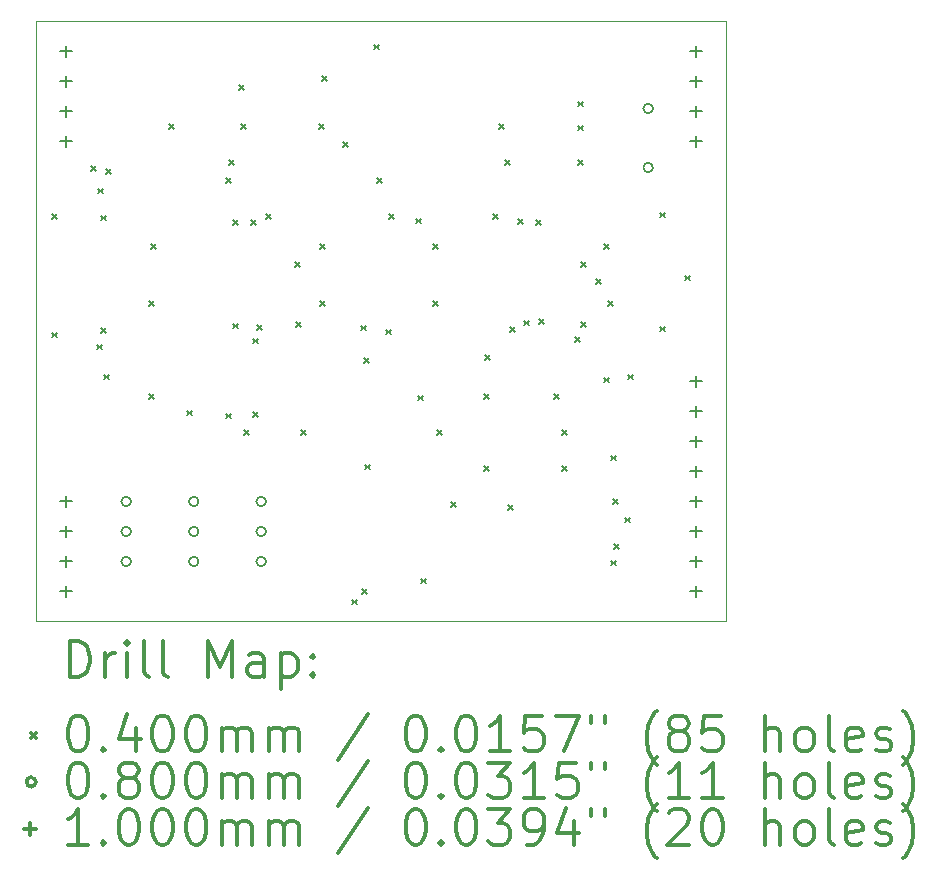
<source format=gbr>
%FSLAX45Y45*%
G04 Gerber Fmt 4.5, Leading zero omitted, Abs format (unit mm)*
G04 Created by KiCad (PCBNEW 5.1.12-84ad8e8a86~92~ubuntu20.04.1) date 2021-12-08 10:45:40*
%MOMM*%
%LPD*%
G01*
G04 APERTURE LIST*
%TA.AperFunction,Profile*%
%ADD10C,0.050000*%
%TD*%
%ADD11C,0.200000*%
%ADD12C,0.300000*%
G04 APERTURE END LIST*
D10*
X14986000Y-6604000D02*
X9144000Y-6604000D01*
X14986000Y-11684000D02*
X14986000Y-6604000D01*
X9144000Y-11684000D02*
X14986000Y-11684000D01*
X9144000Y-6604000D02*
X9144000Y-11684000D01*
D11*
X9276400Y-8235000D02*
X9316400Y-8275000D01*
X9316400Y-8235000D02*
X9276400Y-8275000D01*
X9276400Y-9238300D02*
X9316400Y-9278300D01*
X9316400Y-9238300D02*
X9276400Y-9278300D01*
X9606600Y-7828600D02*
X9646600Y-7868600D01*
X9646600Y-7828600D02*
X9606600Y-7868600D01*
X9657400Y-9339900D02*
X9697400Y-9379900D01*
X9697400Y-9339900D02*
X9657400Y-9379900D01*
X9670100Y-8019100D02*
X9710100Y-8059100D01*
X9710100Y-8019100D02*
X9670100Y-8059100D01*
X9695500Y-8247700D02*
X9735500Y-8287700D01*
X9735500Y-8247700D02*
X9695500Y-8287700D01*
X9695500Y-9200200D02*
X9735500Y-9240200D01*
X9735500Y-9200200D02*
X9695500Y-9240200D01*
X9720900Y-9593900D02*
X9760900Y-9633900D01*
X9760900Y-9593900D02*
X9720900Y-9633900D01*
X9733600Y-7854000D02*
X9773600Y-7894000D01*
X9773600Y-7854000D02*
X9733600Y-7894000D01*
X10101900Y-8971600D02*
X10141900Y-9011600D01*
X10141900Y-8971600D02*
X10101900Y-9011600D01*
X10101900Y-9759000D02*
X10141900Y-9799000D01*
X10141900Y-9759000D02*
X10101900Y-9799000D01*
X10114600Y-8489000D02*
X10154600Y-8529000D01*
X10154600Y-8489000D02*
X10114600Y-8529000D01*
X10267000Y-7473000D02*
X10307000Y-7513000D01*
X10307000Y-7473000D02*
X10267000Y-7513000D01*
X10419400Y-9898700D02*
X10459400Y-9938700D01*
X10459400Y-9898700D02*
X10419400Y-9938700D01*
X10749600Y-7930200D02*
X10789600Y-7970200D01*
X10789600Y-7930200D02*
X10749600Y-7970200D01*
X10749600Y-9924100D02*
X10789600Y-9964100D01*
X10789600Y-9924100D02*
X10749600Y-9964100D01*
X10775000Y-7777800D02*
X10815000Y-7817800D01*
X10815000Y-7777800D02*
X10775000Y-7817800D01*
X10813100Y-8285800D02*
X10853100Y-8325800D01*
X10853100Y-8285800D02*
X10813100Y-8325800D01*
X10813100Y-9162100D02*
X10853100Y-9202100D01*
X10853100Y-9162100D02*
X10813100Y-9202100D01*
X10863900Y-7142800D02*
X10903900Y-7182800D01*
X10903900Y-7142800D02*
X10863900Y-7182800D01*
X10876600Y-7473000D02*
X10916600Y-7513000D01*
X10916600Y-7473000D02*
X10876600Y-7513000D01*
X10902000Y-10063800D02*
X10942000Y-10103800D01*
X10942000Y-10063800D02*
X10902000Y-10103800D01*
X10962484Y-8287092D02*
X11002484Y-8327092D01*
X11002484Y-8287092D02*
X10962484Y-8327092D01*
X10978200Y-9289100D02*
X11018200Y-9329100D01*
X11018200Y-9289100D02*
X10978200Y-9329100D01*
X10978200Y-9911400D02*
X11018200Y-9951400D01*
X11018200Y-9911400D02*
X10978200Y-9951400D01*
X11012500Y-9174800D02*
X11052500Y-9214800D01*
X11052500Y-9174800D02*
X11012500Y-9214800D01*
X11092499Y-8235000D02*
X11132499Y-8275000D01*
X11132499Y-8235000D02*
X11092499Y-8275000D01*
X11333800Y-8641400D02*
X11373800Y-8681400D01*
X11373800Y-8641400D02*
X11333800Y-8681400D01*
X11346500Y-9149400D02*
X11386500Y-9189400D01*
X11386500Y-9149400D02*
X11346500Y-9189400D01*
X11384600Y-10063800D02*
X11424600Y-10103800D01*
X11424600Y-10063800D02*
X11384600Y-10103800D01*
X11537000Y-7473000D02*
X11577000Y-7513000D01*
X11577000Y-7473000D02*
X11537000Y-7513000D01*
X11549700Y-8489000D02*
X11589700Y-8529000D01*
X11589700Y-8489000D02*
X11549700Y-8529000D01*
X11549700Y-8971600D02*
X11589700Y-9011600D01*
X11589700Y-8971600D02*
X11549700Y-9011600D01*
X11562400Y-7066600D02*
X11602400Y-7106600D01*
X11602400Y-7066600D02*
X11562400Y-7106600D01*
X11740200Y-7625400D02*
X11780200Y-7665400D01*
X11780200Y-7625400D02*
X11740200Y-7665400D01*
X11816400Y-11498900D02*
X11856400Y-11538900D01*
X11856400Y-11498900D02*
X11816400Y-11538900D01*
X11895900Y-9178100D02*
X11935900Y-9218100D01*
X11935900Y-9178100D02*
X11895900Y-9218100D01*
X11905300Y-11410000D02*
X11945300Y-11450000D01*
X11945300Y-11410000D02*
X11905300Y-11450000D01*
X11918000Y-9454200D02*
X11958000Y-9494200D01*
X11958000Y-9454200D02*
X11918000Y-9494200D01*
X11930700Y-10355900D02*
X11970700Y-10395900D01*
X11970700Y-10355900D02*
X11930700Y-10395900D01*
X12006900Y-6799900D02*
X12046900Y-6839900D01*
X12046900Y-6799900D02*
X12006900Y-6839900D01*
X12032300Y-7930200D02*
X12072300Y-7970200D01*
X12072300Y-7930200D02*
X12032300Y-7970200D01*
X12108500Y-9212900D02*
X12148500Y-9252900D01*
X12148500Y-9212900D02*
X12108500Y-9252900D01*
X12133900Y-8235000D02*
X12173900Y-8275000D01*
X12173900Y-8235000D02*
X12133900Y-8275000D01*
X12362500Y-8273100D02*
X12402500Y-8313100D01*
X12402500Y-8273100D02*
X12362500Y-8313100D01*
X12375200Y-9771700D02*
X12415200Y-9811700D01*
X12415200Y-9771700D02*
X12375200Y-9811700D01*
X12400600Y-11321100D02*
X12440600Y-11361100D01*
X12440600Y-11321100D02*
X12400600Y-11361100D01*
X12502200Y-8489000D02*
X12542200Y-8529000D01*
X12542200Y-8489000D02*
X12502200Y-8529000D01*
X12502200Y-8971600D02*
X12542200Y-9011600D01*
X12542200Y-8971600D02*
X12502200Y-9011600D01*
X12540300Y-10063800D02*
X12580300Y-10103800D01*
X12580300Y-10063800D02*
X12540300Y-10103800D01*
X12654600Y-10673400D02*
X12694600Y-10713400D01*
X12694600Y-10673400D02*
X12654600Y-10713400D01*
X12934000Y-9759000D02*
X12974000Y-9799000D01*
X12974000Y-9759000D02*
X12934000Y-9799000D01*
X12934000Y-10368600D02*
X12974000Y-10408600D01*
X12974000Y-10368600D02*
X12934000Y-10408600D01*
X12946700Y-9428800D02*
X12986700Y-9468800D01*
X12986700Y-9428800D02*
X12946700Y-9468800D01*
X13010200Y-8235000D02*
X13050200Y-8275000D01*
X13050200Y-8235000D02*
X13010200Y-8275000D01*
X13061000Y-7473000D02*
X13101000Y-7513000D01*
X13101000Y-7473000D02*
X13061000Y-7513000D01*
X13111800Y-7777800D02*
X13151800Y-7817800D01*
X13151800Y-7777800D02*
X13111800Y-7817800D01*
X13137200Y-10698800D02*
X13177200Y-10738800D01*
X13177200Y-10698800D02*
X13137200Y-10738800D01*
X13156250Y-9193850D02*
X13196250Y-9233850D01*
X13196250Y-9193850D02*
X13156250Y-9233850D01*
X13226100Y-8276900D02*
X13266100Y-8316900D01*
X13266100Y-8276900D02*
X13226100Y-8316900D01*
X13276900Y-9136700D02*
X13316900Y-9176700D01*
X13316900Y-9136700D02*
X13276900Y-9176700D01*
X13378500Y-8285800D02*
X13418500Y-8325800D01*
X13418500Y-8285800D02*
X13378500Y-8325800D01*
X13403900Y-9124000D02*
X13443900Y-9164000D01*
X13443900Y-9124000D02*
X13403900Y-9164000D01*
X13527099Y-9759000D02*
X13567099Y-9799000D01*
X13567099Y-9759000D02*
X13527099Y-9799000D01*
X13594400Y-10063800D02*
X13634400Y-10103800D01*
X13634400Y-10063800D02*
X13594400Y-10103800D01*
X13594400Y-10368600D02*
X13634400Y-10408600D01*
X13634400Y-10368600D02*
X13594400Y-10408600D01*
X13708700Y-9276400D02*
X13748700Y-9316400D01*
X13748700Y-9276400D02*
X13708700Y-9316400D01*
X13734100Y-7282500D02*
X13774100Y-7322500D01*
X13774100Y-7282500D02*
X13734100Y-7322500D01*
X13734100Y-7777800D02*
X13774100Y-7817800D01*
X13774100Y-7777800D02*
X13734100Y-7817800D01*
X13734101Y-7485700D02*
X13774101Y-7525700D01*
X13774101Y-7485700D02*
X13734101Y-7525700D01*
X13759500Y-8641400D02*
X13799500Y-8681400D01*
X13799500Y-8641400D02*
X13759500Y-8681400D01*
X13759500Y-9149400D02*
X13799500Y-9189400D01*
X13799500Y-9149400D02*
X13759500Y-9189400D01*
X13882901Y-8784699D02*
X13922901Y-8824699D01*
X13922901Y-8784699D02*
X13882901Y-8824699D01*
X13950000Y-8489000D02*
X13990000Y-8529000D01*
X13990000Y-8489000D02*
X13950000Y-8529000D01*
X13950000Y-9619300D02*
X13990000Y-9659300D01*
X13990000Y-9619300D02*
X13950000Y-9659300D01*
X13989400Y-8972900D02*
X14029400Y-9012900D01*
X14029400Y-8972900D02*
X13989400Y-9012900D01*
X14013500Y-10279700D02*
X14053500Y-10319700D01*
X14053500Y-10279700D02*
X14013500Y-10319700D01*
X14013500Y-11168700D02*
X14053500Y-11208700D01*
X14053500Y-11168700D02*
X14013500Y-11208700D01*
X14026200Y-10648000D02*
X14066200Y-10688000D01*
X14066200Y-10648000D02*
X14026200Y-10688000D01*
X14038900Y-11029000D02*
X14078900Y-11069000D01*
X14078900Y-11029000D02*
X14038900Y-11069000D01*
X14127800Y-10804299D02*
X14167800Y-10844299D01*
X14167800Y-10804299D02*
X14127800Y-10844299D01*
X14153781Y-9594481D02*
X14193781Y-9634481D01*
X14193781Y-9594481D02*
X14153781Y-9634481D01*
X14423701Y-8222300D02*
X14463701Y-8262300D01*
X14463701Y-8222300D02*
X14423701Y-8262300D01*
X14423701Y-9187500D02*
X14463701Y-9227500D01*
X14463701Y-9187500D02*
X14423701Y-9227500D01*
X14635800Y-8755700D02*
X14675800Y-8795700D01*
X14675800Y-8755700D02*
X14635800Y-8795700D01*
X9946000Y-10668000D02*
G75*
G03*
X9946000Y-10668000I-40000J0D01*
G01*
X9946000Y-10922000D02*
G75*
G03*
X9946000Y-10922000I-40000J0D01*
G01*
X9946000Y-11176000D02*
G75*
G03*
X9946000Y-11176000I-40000J0D01*
G01*
X10517500Y-10668000D02*
G75*
G03*
X10517500Y-10668000I-40000J0D01*
G01*
X10517500Y-10922000D02*
G75*
G03*
X10517500Y-10922000I-40000J0D01*
G01*
X10517500Y-11176000D02*
G75*
G03*
X10517500Y-11176000I-40000J0D01*
G01*
X11089000Y-10668000D02*
G75*
G03*
X11089000Y-10668000I-40000J0D01*
G01*
X11089000Y-10922000D02*
G75*
G03*
X11089000Y-10922000I-40000J0D01*
G01*
X11089000Y-11176000D02*
G75*
G03*
X11089000Y-11176000I-40000J0D01*
G01*
X14365600Y-7340600D02*
G75*
G03*
X14365600Y-7340600I-40000J0D01*
G01*
X14365600Y-7840600D02*
G75*
G03*
X14365600Y-7840600I-40000J0D01*
G01*
X9398000Y-6808000D02*
X9398000Y-6908000D01*
X9348000Y-6858000D02*
X9448000Y-6858000D01*
X9398000Y-7062000D02*
X9398000Y-7162000D01*
X9348000Y-7112000D02*
X9448000Y-7112000D01*
X9398000Y-7316000D02*
X9398000Y-7416000D01*
X9348000Y-7366000D02*
X9448000Y-7366000D01*
X9398000Y-7570000D02*
X9398000Y-7670000D01*
X9348000Y-7620000D02*
X9448000Y-7620000D01*
X9398000Y-10618000D02*
X9398000Y-10718000D01*
X9348000Y-10668000D02*
X9448000Y-10668000D01*
X9398000Y-10872000D02*
X9398000Y-10972000D01*
X9348000Y-10922000D02*
X9448000Y-10922000D01*
X9398000Y-11126000D02*
X9398000Y-11226000D01*
X9348000Y-11176000D02*
X9448000Y-11176000D01*
X9398000Y-11380000D02*
X9398000Y-11480000D01*
X9348000Y-11430000D02*
X9448000Y-11430000D01*
X14732000Y-6808000D02*
X14732000Y-6908000D01*
X14682000Y-6858000D02*
X14782000Y-6858000D01*
X14732000Y-7062000D02*
X14732000Y-7162000D01*
X14682000Y-7112000D02*
X14782000Y-7112000D01*
X14732000Y-7316000D02*
X14732000Y-7416000D01*
X14682000Y-7366000D02*
X14782000Y-7366000D01*
X14732000Y-7570000D02*
X14732000Y-7670000D01*
X14682000Y-7620000D02*
X14782000Y-7620000D01*
X14732000Y-9602000D02*
X14732000Y-9702000D01*
X14682000Y-9652000D02*
X14782000Y-9652000D01*
X14732000Y-9856000D02*
X14732000Y-9956000D01*
X14682000Y-9906000D02*
X14782000Y-9906000D01*
X14732000Y-10110000D02*
X14732000Y-10210000D01*
X14682000Y-10160000D02*
X14782000Y-10160000D01*
X14732000Y-10364000D02*
X14732000Y-10464000D01*
X14682000Y-10414000D02*
X14782000Y-10414000D01*
X14732000Y-10618000D02*
X14732000Y-10718000D01*
X14682000Y-10668000D02*
X14782000Y-10668000D01*
X14732000Y-10872000D02*
X14732000Y-10972000D01*
X14682000Y-10922000D02*
X14782000Y-10922000D01*
X14732000Y-11126000D02*
X14732000Y-11226000D01*
X14682000Y-11176000D02*
X14782000Y-11176000D01*
X14732000Y-11380000D02*
X14732000Y-11480000D01*
X14682000Y-11430000D02*
X14782000Y-11430000D01*
D12*
X9427928Y-12152214D02*
X9427928Y-11852214D01*
X9499357Y-11852214D01*
X9542214Y-11866500D01*
X9570786Y-11895071D01*
X9585071Y-11923643D01*
X9599357Y-11980786D01*
X9599357Y-12023643D01*
X9585071Y-12080786D01*
X9570786Y-12109357D01*
X9542214Y-12137929D01*
X9499357Y-12152214D01*
X9427928Y-12152214D01*
X9727928Y-12152214D02*
X9727928Y-11952214D01*
X9727928Y-12009357D02*
X9742214Y-11980786D01*
X9756500Y-11966500D01*
X9785071Y-11952214D01*
X9813643Y-11952214D01*
X9913643Y-12152214D02*
X9913643Y-11952214D01*
X9913643Y-11852214D02*
X9899357Y-11866500D01*
X9913643Y-11880786D01*
X9927928Y-11866500D01*
X9913643Y-11852214D01*
X9913643Y-11880786D01*
X10099357Y-12152214D02*
X10070786Y-12137929D01*
X10056500Y-12109357D01*
X10056500Y-11852214D01*
X10256500Y-12152214D02*
X10227928Y-12137929D01*
X10213643Y-12109357D01*
X10213643Y-11852214D01*
X10599357Y-12152214D02*
X10599357Y-11852214D01*
X10699357Y-12066500D01*
X10799357Y-11852214D01*
X10799357Y-12152214D01*
X11070786Y-12152214D02*
X11070786Y-11995071D01*
X11056500Y-11966500D01*
X11027928Y-11952214D01*
X10970786Y-11952214D01*
X10942214Y-11966500D01*
X11070786Y-12137929D02*
X11042214Y-12152214D01*
X10970786Y-12152214D01*
X10942214Y-12137929D01*
X10927928Y-12109357D01*
X10927928Y-12080786D01*
X10942214Y-12052214D01*
X10970786Y-12037929D01*
X11042214Y-12037929D01*
X11070786Y-12023643D01*
X11213643Y-11952214D02*
X11213643Y-12252214D01*
X11213643Y-11966500D02*
X11242214Y-11952214D01*
X11299357Y-11952214D01*
X11327928Y-11966500D01*
X11342214Y-11980786D01*
X11356500Y-12009357D01*
X11356500Y-12095071D01*
X11342214Y-12123643D01*
X11327928Y-12137929D01*
X11299357Y-12152214D01*
X11242214Y-12152214D01*
X11213643Y-12137929D01*
X11485071Y-12123643D02*
X11499357Y-12137929D01*
X11485071Y-12152214D01*
X11470786Y-12137929D01*
X11485071Y-12123643D01*
X11485071Y-12152214D01*
X11485071Y-11966500D02*
X11499357Y-11980786D01*
X11485071Y-11995071D01*
X11470786Y-11980786D01*
X11485071Y-11966500D01*
X11485071Y-11995071D01*
X9101500Y-12626500D02*
X9141500Y-12666500D01*
X9141500Y-12626500D02*
X9101500Y-12666500D01*
X9485071Y-12482214D02*
X9513643Y-12482214D01*
X9542214Y-12496500D01*
X9556500Y-12510786D01*
X9570786Y-12539357D01*
X9585071Y-12596500D01*
X9585071Y-12667929D01*
X9570786Y-12725071D01*
X9556500Y-12753643D01*
X9542214Y-12767929D01*
X9513643Y-12782214D01*
X9485071Y-12782214D01*
X9456500Y-12767929D01*
X9442214Y-12753643D01*
X9427928Y-12725071D01*
X9413643Y-12667929D01*
X9413643Y-12596500D01*
X9427928Y-12539357D01*
X9442214Y-12510786D01*
X9456500Y-12496500D01*
X9485071Y-12482214D01*
X9713643Y-12753643D02*
X9727928Y-12767929D01*
X9713643Y-12782214D01*
X9699357Y-12767929D01*
X9713643Y-12753643D01*
X9713643Y-12782214D01*
X9985071Y-12582214D02*
X9985071Y-12782214D01*
X9913643Y-12467929D02*
X9842214Y-12682214D01*
X10027928Y-12682214D01*
X10199357Y-12482214D02*
X10227928Y-12482214D01*
X10256500Y-12496500D01*
X10270786Y-12510786D01*
X10285071Y-12539357D01*
X10299357Y-12596500D01*
X10299357Y-12667929D01*
X10285071Y-12725071D01*
X10270786Y-12753643D01*
X10256500Y-12767929D01*
X10227928Y-12782214D01*
X10199357Y-12782214D01*
X10170786Y-12767929D01*
X10156500Y-12753643D01*
X10142214Y-12725071D01*
X10127928Y-12667929D01*
X10127928Y-12596500D01*
X10142214Y-12539357D01*
X10156500Y-12510786D01*
X10170786Y-12496500D01*
X10199357Y-12482214D01*
X10485071Y-12482214D02*
X10513643Y-12482214D01*
X10542214Y-12496500D01*
X10556500Y-12510786D01*
X10570786Y-12539357D01*
X10585071Y-12596500D01*
X10585071Y-12667929D01*
X10570786Y-12725071D01*
X10556500Y-12753643D01*
X10542214Y-12767929D01*
X10513643Y-12782214D01*
X10485071Y-12782214D01*
X10456500Y-12767929D01*
X10442214Y-12753643D01*
X10427928Y-12725071D01*
X10413643Y-12667929D01*
X10413643Y-12596500D01*
X10427928Y-12539357D01*
X10442214Y-12510786D01*
X10456500Y-12496500D01*
X10485071Y-12482214D01*
X10713643Y-12782214D02*
X10713643Y-12582214D01*
X10713643Y-12610786D02*
X10727928Y-12596500D01*
X10756500Y-12582214D01*
X10799357Y-12582214D01*
X10827928Y-12596500D01*
X10842214Y-12625071D01*
X10842214Y-12782214D01*
X10842214Y-12625071D02*
X10856500Y-12596500D01*
X10885071Y-12582214D01*
X10927928Y-12582214D01*
X10956500Y-12596500D01*
X10970786Y-12625071D01*
X10970786Y-12782214D01*
X11113643Y-12782214D02*
X11113643Y-12582214D01*
X11113643Y-12610786D02*
X11127928Y-12596500D01*
X11156500Y-12582214D01*
X11199357Y-12582214D01*
X11227928Y-12596500D01*
X11242214Y-12625071D01*
X11242214Y-12782214D01*
X11242214Y-12625071D02*
X11256500Y-12596500D01*
X11285071Y-12582214D01*
X11327928Y-12582214D01*
X11356500Y-12596500D01*
X11370786Y-12625071D01*
X11370786Y-12782214D01*
X11956500Y-12467929D02*
X11699357Y-12853643D01*
X12342214Y-12482214D02*
X12370786Y-12482214D01*
X12399357Y-12496500D01*
X12413643Y-12510786D01*
X12427928Y-12539357D01*
X12442214Y-12596500D01*
X12442214Y-12667929D01*
X12427928Y-12725071D01*
X12413643Y-12753643D01*
X12399357Y-12767929D01*
X12370786Y-12782214D01*
X12342214Y-12782214D01*
X12313643Y-12767929D01*
X12299357Y-12753643D01*
X12285071Y-12725071D01*
X12270786Y-12667929D01*
X12270786Y-12596500D01*
X12285071Y-12539357D01*
X12299357Y-12510786D01*
X12313643Y-12496500D01*
X12342214Y-12482214D01*
X12570786Y-12753643D02*
X12585071Y-12767929D01*
X12570786Y-12782214D01*
X12556500Y-12767929D01*
X12570786Y-12753643D01*
X12570786Y-12782214D01*
X12770786Y-12482214D02*
X12799357Y-12482214D01*
X12827928Y-12496500D01*
X12842214Y-12510786D01*
X12856500Y-12539357D01*
X12870786Y-12596500D01*
X12870786Y-12667929D01*
X12856500Y-12725071D01*
X12842214Y-12753643D01*
X12827928Y-12767929D01*
X12799357Y-12782214D01*
X12770786Y-12782214D01*
X12742214Y-12767929D01*
X12727928Y-12753643D01*
X12713643Y-12725071D01*
X12699357Y-12667929D01*
X12699357Y-12596500D01*
X12713643Y-12539357D01*
X12727928Y-12510786D01*
X12742214Y-12496500D01*
X12770786Y-12482214D01*
X13156500Y-12782214D02*
X12985071Y-12782214D01*
X13070786Y-12782214D02*
X13070786Y-12482214D01*
X13042214Y-12525071D01*
X13013643Y-12553643D01*
X12985071Y-12567929D01*
X13427928Y-12482214D02*
X13285071Y-12482214D01*
X13270786Y-12625071D01*
X13285071Y-12610786D01*
X13313643Y-12596500D01*
X13385071Y-12596500D01*
X13413643Y-12610786D01*
X13427928Y-12625071D01*
X13442214Y-12653643D01*
X13442214Y-12725071D01*
X13427928Y-12753643D01*
X13413643Y-12767929D01*
X13385071Y-12782214D01*
X13313643Y-12782214D01*
X13285071Y-12767929D01*
X13270786Y-12753643D01*
X13542214Y-12482214D02*
X13742214Y-12482214D01*
X13613643Y-12782214D01*
X13842214Y-12482214D02*
X13842214Y-12539357D01*
X13956500Y-12482214D02*
X13956500Y-12539357D01*
X14399357Y-12896500D02*
X14385071Y-12882214D01*
X14356500Y-12839357D01*
X14342214Y-12810786D01*
X14327928Y-12767929D01*
X14313643Y-12696500D01*
X14313643Y-12639357D01*
X14327928Y-12567929D01*
X14342214Y-12525071D01*
X14356500Y-12496500D01*
X14385071Y-12453643D01*
X14399357Y-12439357D01*
X14556500Y-12610786D02*
X14527928Y-12596500D01*
X14513643Y-12582214D01*
X14499357Y-12553643D01*
X14499357Y-12539357D01*
X14513643Y-12510786D01*
X14527928Y-12496500D01*
X14556500Y-12482214D01*
X14613643Y-12482214D01*
X14642214Y-12496500D01*
X14656500Y-12510786D01*
X14670786Y-12539357D01*
X14670786Y-12553643D01*
X14656500Y-12582214D01*
X14642214Y-12596500D01*
X14613643Y-12610786D01*
X14556500Y-12610786D01*
X14527928Y-12625071D01*
X14513643Y-12639357D01*
X14499357Y-12667929D01*
X14499357Y-12725071D01*
X14513643Y-12753643D01*
X14527928Y-12767929D01*
X14556500Y-12782214D01*
X14613643Y-12782214D01*
X14642214Y-12767929D01*
X14656500Y-12753643D01*
X14670786Y-12725071D01*
X14670786Y-12667929D01*
X14656500Y-12639357D01*
X14642214Y-12625071D01*
X14613643Y-12610786D01*
X14942214Y-12482214D02*
X14799357Y-12482214D01*
X14785071Y-12625071D01*
X14799357Y-12610786D01*
X14827928Y-12596500D01*
X14899357Y-12596500D01*
X14927928Y-12610786D01*
X14942214Y-12625071D01*
X14956500Y-12653643D01*
X14956500Y-12725071D01*
X14942214Y-12753643D01*
X14927928Y-12767929D01*
X14899357Y-12782214D01*
X14827928Y-12782214D01*
X14799357Y-12767929D01*
X14785071Y-12753643D01*
X15313643Y-12782214D02*
X15313643Y-12482214D01*
X15442214Y-12782214D02*
X15442214Y-12625071D01*
X15427928Y-12596500D01*
X15399357Y-12582214D01*
X15356500Y-12582214D01*
X15327928Y-12596500D01*
X15313643Y-12610786D01*
X15627928Y-12782214D02*
X15599357Y-12767929D01*
X15585071Y-12753643D01*
X15570786Y-12725071D01*
X15570786Y-12639357D01*
X15585071Y-12610786D01*
X15599357Y-12596500D01*
X15627928Y-12582214D01*
X15670786Y-12582214D01*
X15699357Y-12596500D01*
X15713643Y-12610786D01*
X15727928Y-12639357D01*
X15727928Y-12725071D01*
X15713643Y-12753643D01*
X15699357Y-12767929D01*
X15670786Y-12782214D01*
X15627928Y-12782214D01*
X15899357Y-12782214D02*
X15870786Y-12767929D01*
X15856500Y-12739357D01*
X15856500Y-12482214D01*
X16127928Y-12767929D02*
X16099357Y-12782214D01*
X16042214Y-12782214D01*
X16013643Y-12767929D01*
X15999357Y-12739357D01*
X15999357Y-12625071D01*
X16013643Y-12596500D01*
X16042214Y-12582214D01*
X16099357Y-12582214D01*
X16127928Y-12596500D01*
X16142214Y-12625071D01*
X16142214Y-12653643D01*
X15999357Y-12682214D01*
X16256500Y-12767929D02*
X16285071Y-12782214D01*
X16342214Y-12782214D01*
X16370786Y-12767929D01*
X16385071Y-12739357D01*
X16385071Y-12725071D01*
X16370786Y-12696500D01*
X16342214Y-12682214D01*
X16299357Y-12682214D01*
X16270786Y-12667929D01*
X16256500Y-12639357D01*
X16256500Y-12625071D01*
X16270786Y-12596500D01*
X16299357Y-12582214D01*
X16342214Y-12582214D01*
X16370786Y-12596500D01*
X16485071Y-12896500D02*
X16499357Y-12882214D01*
X16527928Y-12839357D01*
X16542214Y-12810786D01*
X16556500Y-12767929D01*
X16570786Y-12696500D01*
X16570786Y-12639357D01*
X16556500Y-12567929D01*
X16542214Y-12525071D01*
X16527928Y-12496500D01*
X16499357Y-12453643D01*
X16485071Y-12439357D01*
X9141500Y-13042500D02*
G75*
G03*
X9141500Y-13042500I-40000J0D01*
G01*
X9485071Y-12878214D02*
X9513643Y-12878214D01*
X9542214Y-12892500D01*
X9556500Y-12906786D01*
X9570786Y-12935357D01*
X9585071Y-12992500D01*
X9585071Y-13063929D01*
X9570786Y-13121071D01*
X9556500Y-13149643D01*
X9542214Y-13163929D01*
X9513643Y-13178214D01*
X9485071Y-13178214D01*
X9456500Y-13163929D01*
X9442214Y-13149643D01*
X9427928Y-13121071D01*
X9413643Y-13063929D01*
X9413643Y-12992500D01*
X9427928Y-12935357D01*
X9442214Y-12906786D01*
X9456500Y-12892500D01*
X9485071Y-12878214D01*
X9713643Y-13149643D02*
X9727928Y-13163929D01*
X9713643Y-13178214D01*
X9699357Y-13163929D01*
X9713643Y-13149643D01*
X9713643Y-13178214D01*
X9899357Y-13006786D02*
X9870786Y-12992500D01*
X9856500Y-12978214D01*
X9842214Y-12949643D01*
X9842214Y-12935357D01*
X9856500Y-12906786D01*
X9870786Y-12892500D01*
X9899357Y-12878214D01*
X9956500Y-12878214D01*
X9985071Y-12892500D01*
X9999357Y-12906786D01*
X10013643Y-12935357D01*
X10013643Y-12949643D01*
X9999357Y-12978214D01*
X9985071Y-12992500D01*
X9956500Y-13006786D01*
X9899357Y-13006786D01*
X9870786Y-13021071D01*
X9856500Y-13035357D01*
X9842214Y-13063929D01*
X9842214Y-13121071D01*
X9856500Y-13149643D01*
X9870786Y-13163929D01*
X9899357Y-13178214D01*
X9956500Y-13178214D01*
X9985071Y-13163929D01*
X9999357Y-13149643D01*
X10013643Y-13121071D01*
X10013643Y-13063929D01*
X9999357Y-13035357D01*
X9985071Y-13021071D01*
X9956500Y-13006786D01*
X10199357Y-12878214D02*
X10227928Y-12878214D01*
X10256500Y-12892500D01*
X10270786Y-12906786D01*
X10285071Y-12935357D01*
X10299357Y-12992500D01*
X10299357Y-13063929D01*
X10285071Y-13121071D01*
X10270786Y-13149643D01*
X10256500Y-13163929D01*
X10227928Y-13178214D01*
X10199357Y-13178214D01*
X10170786Y-13163929D01*
X10156500Y-13149643D01*
X10142214Y-13121071D01*
X10127928Y-13063929D01*
X10127928Y-12992500D01*
X10142214Y-12935357D01*
X10156500Y-12906786D01*
X10170786Y-12892500D01*
X10199357Y-12878214D01*
X10485071Y-12878214D02*
X10513643Y-12878214D01*
X10542214Y-12892500D01*
X10556500Y-12906786D01*
X10570786Y-12935357D01*
X10585071Y-12992500D01*
X10585071Y-13063929D01*
X10570786Y-13121071D01*
X10556500Y-13149643D01*
X10542214Y-13163929D01*
X10513643Y-13178214D01*
X10485071Y-13178214D01*
X10456500Y-13163929D01*
X10442214Y-13149643D01*
X10427928Y-13121071D01*
X10413643Y-13063929D01*
X10413643Y-12992500D01*
X10427928Y-12935357D01*
X10442214Y-12906786D01*
X10456500Y-12892500D01*
X10485071Y-12878214D01*
X10713643Y-13178214D02*
X10713643Y-12978214D01*
X10713643Y-13006786D02*
X10727928Y-12992500D01*
X10756500Y-12978214D01*
X10799357Y-12978214D01*
X10827928Y-12992500D01*
X10842214Y-13021071D01*
X10842214Y-13178214D01*
X10842214Y-13021071D02*
X10856500Y-12992500D01*
X10885071Y-12978214D01*
X10927928Y-12978214D01*
X10956500Y-12992500D01*
X10970786Y-13021071D01*
X10970786Y-13178214D01*
X11113643Y-13178214D02*
X11113643Y-12978214D01*
X11113643Y-13006786D02*
X11127928Y-12992500D01*
X11156500Y-12978214D01*
X11199357Y-12978214D01*
X11227928Y-12992500D01*
X11242214Y-13021071D01*
X11242214Y-13178214D01*
X11242214Y-13021071D02*
X11256500Y-12992500D01*
X11285071Y-12978214D01*
X11327928Y-12978214D01*
X11356500Y-12992500D01*
X11370786Y-13021071D01*
X11370786Y-13178214D01*
X11956500Y-12863929D02*
X11699357Y-13249643D01*
X12342214Y-12878214D02*
X12370786Y-12878214D01*
X12399357Y-12892500D01*
X12413643Y-12906786D01*
X12427928Y-12935357D01*
X12442214Y-12992500D01*
X12442214Y-13063929D01*
X12427928Y-13121071D01*
X12413643Y-13149643D01*
X12399357Y-13163929D01*
X12370786Y-13178214D01*
X12342214Y-13178214D01*
X12313643Y-13163929D01*
X12299357Y-13149643D01*
X12285071Y-13121071D01*
X12270786Y-13063929D01*
X12270786Y-12992500D01*
X12285071Y-12935357D01*
X12299357Y-12906786D01*
X12313643Y-12892500D01*
X12342214Y-12878214D01*
X12570786Y-13149643D02*
X12585071Y-13163929D01*
X12570786Y-13178214D01*
X12556500Y-13163929D01*
X12570786Y-13149643D01*
X12570786Y-13178214D01*
X12770786Y-12878214D02*
X12799357Y-12878214D01*
X12827928Y-12892500D01*
X12842214Y-12906786D01*
X12856500Y-12935357D01*
X12870786Y-12992500D01*
X12870786Y-13063929D01*
X12856500Y-13121071D01*
X12842214Y-13149643D01*
X12827928Y-13163929D01*
X12799357Y-13178214D01*
X12770786Y-13178214D01*
X12742214Y-13163929D01*
X12727928Y-13149643D01*
X12713643Y-13121071D01*
X12699357Y-13063929D01*
X12699357Y-12992500D01*
X12713643Y-12935357D01*
X12727928Y-12906786D01*
X12742214Y-12892500D01*
X12770786Y-12878214D01*
X12970786Y-12878214D02*
X13156500Y-12878214D01*
X13056500Y-12992500D01*
X13099357Y-12992500D01*
X13127928Y-13006786D01*
X13142214Y-13021071D01*
X13156500Y-13049643D01*
X13156500Y-13121071D01*
X13142214Y-13149643D01*
X13127928Y-13163929D01*
X13099357Y-13178214D01*
X13013643Y-13178214D01*
X12985071Y-13163929D01*
X12970786Y-13149643D01*
X13442214Y-13178214D02*
X13270786Y-13178214D01*
X13356500Y-13178214D02*
X13356500Y-12878214D01*
X13327928Y-12921071D01*
X13299357Y-12949643D01*
X13270786Y-12963929D01*
X13713643Y-12878214D02*
X13570786Y-12878214D01*
X13556500Y-13021071D01*
X13570786Y-13006786D01*
X13599357Y-12992500D01*
X13670786Y-12992500D01*
X13699357Y-13006786D01*
X13713643Y-13021071D01*
X13727928Y-13049643D01*
X13727928Y-13121071D01*
X13713643Y-13149643D01*
X13699357Y-13163929D01*
X13670786Y-13178214D01*
X13599357Y-13178214D01*
X13570786Y-13163929D01*
X13556500Y-13149643D01*
X13842214Y-12878214D02*
X13842214Y-12935357D01*
X13956500Y-12878214D02*
X13956500Y-12935357D01*
X14399357Y-13292500D02*
X14385071Y-13278214D01*
X14356500Y-13235357D01*
X14342214Y-13206786D01*
X14327928Y-13163929D01*
X14313643Y-13092500D01*
X14313643Y-13035357D01*
X14327928Y-12963929D01*
X14342214Y-12921071D01*
X14356500Y-12892500D01*
X14385071Y-12849643D01*
X14399357Y-12835357D01*
X14670786Y-13178214D02*
X14499357Y-13178214D01*
X14585071Y-13178214D02*
X14585071Y-12878214D01*
X14556500Y-12921071D01*
X14527928Y-12949643D01*
X14499357Y-12963929D01*
X14956500Y-13178214D02*
X14785071Y-13178214D01*
X14870786Y-13178214D02*
X14870786Y-12878214D01*
X14842214Y-12921071D01*
X14813643Y-12949643D01*
X14785071Y-12963929D01*
X15313643Y-13178214D02*
X15313643Y-12878214D01*
X15442214Y-13178214D02*
X15442214Y-13021071D01*
X15427928Y-12992500D01*
X15399357Y-12978214D01*
X15356500Y-12978214D01*
X15327928Y-12992500D01*
X15313643Y-13006786D01*
X15627928Y-13178214D02*
X15599357Y-13163929D01*
X15585071Y-13149643D01*
X15570786Y-13121071D01*
X15570786Y-13035357D01*
X15585071Y-13006786D01*
X15599357Y-12992500D01*
X15627928Y-12978214D01*
X15670786Y-12978214D01*
X15699357Y-12992500D01*
X15713643Y-13006786D01*
X15727928Y-13035357D01*
X15727928Y-13121071D01*
X15713643Y-13149643D01*
X15699357Y-13163929D01*
X15670786Y-13178214D01*
X15627928Y-13178214D01*
X15899357Y-13178214D02*
X15870786Y-13163929D01*
X15856500Y-13135357D01*
X15856500Y-12878214D01*
X16127928Y-13163929D02*
X16099357Y-13178214D01*
X16042214Y-13178214D01*
X16013643Y-13163929D01*
X15999357Y-13135357D01*
X15999357Y-13021071D01*
X16013643Y-12992500D01*
X16042214Y-12978214D01*
X16099357Y-12978214D01*
X16127928Y-12992500D01*
X16142214Y-13021071D01*
X16142214Y-13049643D01*
X15999357Y-13078214D01*
X16256500Y-13163929D02*
X16285071Y-13178214D01*
X16342214Y-13178214D01*
X16370786Y-13163929D01*
X16385071Y-13135357D01*
X16385071Y-13121071D01*
X16370786Y-13092500D01*
X16342214Y-13078214D01*
X16299357Y-13078214D01*
X16270786Y-13063929D01*
X16256500Y-13035357D01*
X16256500Y-13021071D01*
X16270786Y-12992500D01*
X16299357Y-12978214D01*
X16342214Y-12978214D01*
X16370786Y-12992500D01*
X16485071Y-13292500D02*
X16499357Y-13278214D01*
X16527928Y-13235357D01*
X16542214Y-13206786D01*
X16556500Y-13163929D01*
X16570786Y-13092500D01*
X16570786Y-13035357D01*
X16556500Y-12963929D01*
X16542214Y-12921071D01*
X16527928Y-12892500D01*
X16499357Y-12849643D01*
X16485071Y-12835357D01*
X9091500Y-13388500D02*
X9091500Y-13488500D01*
X9041500Y-13438500D02*
X9141500Y-13438500D01*
X9585071Y-13574214D02*
X9413643Y-13574214D01*
X9499357Y-13574214D02*
X9499357Y-13274214D01*
X9470786Y-13317071D01*
X9442214Y-13345643D01*
X9413643Y-13359929D01*
X9713643Y-13545643D02*
X9727928Y-13559929D01*
X9713643Y-13574214D01*
X9699357Y-13559929D01*
X9713643Y-13545643D01*
X9713643Y-13574214D01*
X9913643Y-13274214D02*
X9942214Y-13274214D01*
X9970786Y-13288500D01*
X9985071Y-13302786D01*
X9999357Y-13331357D01*
X10013643Y-13388500D01*
X10013643Y-13459929D01*
X9999357Y-13517071D01*
X9985071Y-13545643D01*
X9970786Y-13559929D01*
X9942214Y-13574214D01*
X9913643Y-13574214D01*
X9885071Y-13559929D01*
X9870786Y-13545643D01*
X9856500Y-13517071D01*
X9842214Y-13459929D01*
X9842214Y-13388500D01*
X9856500Y-13331357D01*
X9870786Y-13302786D01*
X9885071Y-13288500D01*
X9913643Y-13274214D01*
X10199357Y-13274214D02*
X10227928Y-13274214D01*
X10256500Y-13288500D01*
X10270786Y-13302786D01*
X10285071Y-13331357D01*
X10299357Y-13388500D01*
X10299357Y-13459929D01*
X10285071Y-13517071D01*
X10270786Y-13545643D01*
X10256500Y-13559929D01*
X10227928Y-13574214D01*
X10199357Y-13574214D01*
X10170786Y-13559929D01*
X10156500Y-13545643D01*
X10142214Y-13517071D01*
X10127928Y-13459929D01*
X10127928Y-13388500D01*
X10142214Y-13331357D01*
X10156500Y-13302786D01*
X10170786Y-13288500D01*
X10199357Y-13274214D01*
X10485071Y-13274214D02*
X10513643Y-13274214D01*
X10542214Y-13288500D01*
X10556500Y-13302786D01*
X10570786Y-13331357D01*
X10585071Y-13388500D01*
X10585071Y-13459929D01*
X10570786Y-13517071D01*
X10556500Y-13545643D01*
X10542214Y-13559929D01*
X10513643Y-13574214D01*
X10485071Y-13574214D01*
X10456500Y-13559929D01*
X10442214Y-13545643D01*
X10427928Y-13517071D01*
X10413643Y-13459929D01*
X10413643Y-13388500D01*
X10427928Y-13331357D01*
X10442214Y-13302786D01*
X10456500Y-13288500D01*
X10485071Y-13274214D01*
X10713643Y-13574214D02*
X10713643Y-13374214D01*
X10713643Y-13402786D02*
X10727928Y-13388500D01*
X10756500Y-13374214D01*
X10799357Y-13374214D01*
X10827928Y-13388500D01*
X10842214Y-13417071D01*
X10842214Y-13574214D01*
X10842214Y-13417071D02*
X10856500Y-13388500D01*
X10885071Y-13374214D01*
X10927928Y-13374214D01*
X10956500Y-13388500D01*
X10970786Y-13417071D01*
X10970786Y-13574214D01*
X11113643Y-13574214D02*
X11113643Y-13374214D01*
X11113643Y-13402786D02*
X11127928Y-13388500D01*
X11156500Y-13374214D01*
X11199357Y-13374214D01*
X11227928Y-13388500D01*
X11242214Y-13417071D01*
X11242214Y-13574214D01*
X11242214Y-13417071D02*
X11256500Y-13388500D01*
X11285071Y-13374214D01*
X11327928Y-13374214D01*
X11356500Y-13388500D01*
X11370786Y-13417071D01*
X11370786Y-13574214D01*
X11956500Y-13259929D02*
X11699357Y-13645643D01*
X12342214Y-13274214D02*
X12370786Y-13274214D01*
X12399357Y-13288500D01*
X12413643Y-13302786D01*
X12427928Y-13331357D01*
X12442214Y-13388500D01*
X12442214Y-13459929D01*
X12427928Y-13517071D01*
X12413643Y-13545643D01*
X12399357Y-13559929D01*
X12370786Y-13574214D01*
X12342214Y-13574214D01*
X12313643Y-13559929D01*
X12299357Y-13545643D01*
X12285071Y-13517071D01*
X12270786Y-13459929D01*
X12270786Y-13388500D01*
X12285071Y-13331357D01*
X12299357Y-13302786D01*
X12313643Y-13288500D01*
X12342214Y-13274214D01*
X12570786Y-13545643D02*
X12585071Y-13559929D01*
X12570786Y-13574214D01*
X12556500Y-13559929D01*
X12570786Y-13545643D01*
X12570786Y-13574214D01*
X12770786Y-13274214D02*
X12799357Y-13274214D01*
X12827928Y-13288500D01*
X12842214Y-13302786D01*
X12856500Y-13331357D01*
X12870786Y-13388500D01*
X12870786Y-13459929D01*
X12856500Y-13517071D01*
X12842214Y-13545643D01*
X12827928Y-13559929D01*
X12799357Y-13574214D01*
X12770786Y-13574214D01*
X12742214Y-13559929D01*
X12727928Y-13545643D01*
X12713643Y-13517071D01*
X12699357Y-13459929D01*
X12699357Y-13388500D01*
X12713643Y-13331357D01*
X12727928Y-13302786D01*
X12742214Y-13288500D01*
X12770786Y-13274214D01*
X12970786Y-13274214D02*
X13156500Y-13274214D01*
X13056500Y-13388500D01*
X13099357Y-13388500D01*
X13127928Y-13402786D01*
X13142214Y-13417071D01*
X13156500Y-13445643D01*
X13156500Y-13517071D01*
X13142214Y-13545643D01*
X13127928Y-13559929D01*
X13099357Y-13574214D01*
X13013643Y-13574214D01*
X12985071Y-13559929D01*
X12970786Y-13545643D01*
X13299357Y-13574214D02*
X13356500Y-13574214D01*
X13385071Y-13559929D01*
X13399357Y-13545643D01*
X13427928Y-13502786D01*
X13442214Y-13445643D01*
X13442214Y-13331357D01*
X13427928Y-13302786D01*
X13413643Y-13288500D01*
X13385071Y-13274214D01*
X13327928Y-13274214D01*
X13299357Y-13288500D01*
X13285071Y-13302786D01*
X13270786Y-13331357D01*
X13270786Y-13402786D01*
X13285071Y-13431357D01*
X13299357Y-13445643D01*
X13327928Y-13459929D01*
X13385071Y-13459929D01*
X13413643Y-13445643D01*
X13427928Y-13431357D01*
X13442214Y-13402786D01*
X13699357Y-13374214D02*
X13699357Y-13574214D01*
X13627928Y-13259929D02*
X13556500Y-13474214D01*
X13742214Y-13474214D01*
X13842214Y-13274214D02*
X13842214Y-13331357D01*
X13956500Y-13274214D02*
X13956500Y-13331357D01*
X14399357Y-13688500D02*
X14385071Y-13674214D01*
X14356500Y-13631357D01*
X14342214Y-13602786D01*
X14327928Y-13559929D01*
X14313643Y-13488500D01*
X14313643Y-13431357D01*
X14327928Y-13359929D01*
X14342214Y-13317071D01*
X14356500Y-13288500D01*
X14385071Y-13245643D01*
X14399357Y-13231357D01*
X14499357Y-13302786D02*
X14513643Y-13288500D01*
X14542214Y-13274214D01*
X14613643Y-13274214D01*
X14642214Y-13288500D01*
X14656500Y-13302786D01*
X14670786Y-13331357D01*
X14670786Y-13359929D01*
X14656500Y-13402786D01*
X14485071Y-13574214D01*
X14670786Y-13574214D01*
X14856500Y-13274214D02*
X14885071Y-13274214D01*
X14913643Y-13288500D01*
X14927928Y-13302786D01*
X14942214Y-13331357D01*
X14956500Y-13388500D01*
X14956500Y-13459929D01*
X14942214Y-13517071D01*
X14927928Y-13545643D01*
X14913643Y-13559929D01*
X14885071Y-13574214D01*
X14856500Y-13574214D01*
X14827928Y-13559929D01*
X14813643Y-13545643D01*
X14799357Y-13517071D01*
X14785071Y-13459929D01*
X14785071Y-13388500D01*
X14799357Y-13331357D01*
X14813643Y-13302786D01*
X14827928Y-13288500D01*
X14856500Y-13274214D01*
X15313643Y-13574214D02*
X15313643Y-13274214D01*
X15442214Y-13574214D02*
X15442214Y-13417071D01*
X15427928Y-13388500D01*
X15399357Y-13374214D01*
X15356500Y-13374214D01*
X15327928Y-13388500D01*
X15313643Y-13402786D01*
X15627928Y-13574214D02*
X15599357Y-13559929D01*
X15585071Y-13545643D01*
X15570786Y-13517071D01*
X15570786Y-13431357D01*
X15585071Y-13402786D01*
X15599357Y-13388500D01*
X15627928Y-13374214D01*
X15670786Y-13374214D01*
X15699357Y-13388500D01*
X15713643Y-13402786D01*
X15727928Y-13431357D01*
X15727928Y-13517071D01*
X15713643Y-13545643D01*
X15699357Y-13559929D01*
X15670786Y-13574214D01*
X15627928Y-13574214D01*
X15899357Y-13574214D02*
X15870786Y-13559929D01*
X15856500Y-13531357D01*
X15856500Y-13274214D01*
X16127928Y-13559929D02*
X16099357Y-13574214D01*
X16042214Y-13574214D01*
X16013643Y-13559929D01*
X15999357Y-13531357D01*
X15999357Y-13417071D01*
X16013643Y-13388500D01*
X16042214Y-13374214D01*
X16099357Y-13374214D01*
X16127928Y-13388500D01*
X16142214Y-13417071D01*
X16142214Y-13445643D01*
X15999357Y-13474214D01*
X16256500Y-13559929D02*
X16285071Y-13574214D01*
X16342214Y-13574214D01*
X16370786Y-13559929D01*
X16385071Y-13531357D01*
X16385071Y-13517071D01*
X16370786Y-13488500D01*
X16342214Y-13474214D01*
X16299357Y-13474214D01*
X16270786Y-13459929D01*
X16256500Y-13431357D01*
X16256500Y-13417071D01*
X16270786Y-13388500D01*
X16299357Y-13374214D01*
X16342214Y-13374214D01*
X16370786Y-13388500D01*
X16485071Y-13688500D02*
X16499357Y-13674214D01*
X16527928Y-13631357D01*
X16542214Y-13602786D01*
X16556500Y-13559929D01*
X16570786Y-13488500D01*
X16570786Y-13431357D01*
X16556500Y-13359929D01*
X16542214Y-13317071D01*
X16527928Y-13288500D01*
X16499357Y-13245643D01*
X16485071Y-13231357D01*
M02*

</source>
